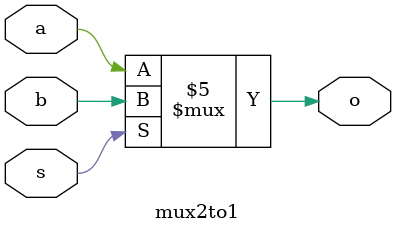
<source format=v>


// Data Level Modelling
// module mux2to1(a, b, o, s);
//     input a, b, s;
//     output o;
//     assign o = (s & a) | (~s & b);
//     initial begin
//         $display("THIS IS DATA LEVEL MODELLING");
//     end
// endmodule

// Behavioral Level Modelling
module mux2to1(a, b, o, s);
    input a, b;
    input s;
    output reg o;
    always @(*) begin : MUX_BLOCK
        if (s == 1'b0) begin
            o <= a;
        end else begin
            o <= b;
        end
    end
    initial begin
        $display("THIS IS BEHAVIORAL LEVEL MODELLING");
    end
endmodule

// s = 0; a = 0; b = 0; o = 0
// s = 0; a = 0; b = 1; o = 0
// s = 0; a = 1; b = 0; o = 1
// s = 0; a = 1; b = 1; o = 1
// s = 1; a = 0; b = 0; o = 0
// s = 1; a = 0; b = 1; o = 1
// s = 1; a = 1; b = 0; o = 0
// s = 1; a = 1; b = 1; o = 1

// For this truth table give code for 2 to 1 multiplexer gate level, data flow and behavioral level.
</source>
